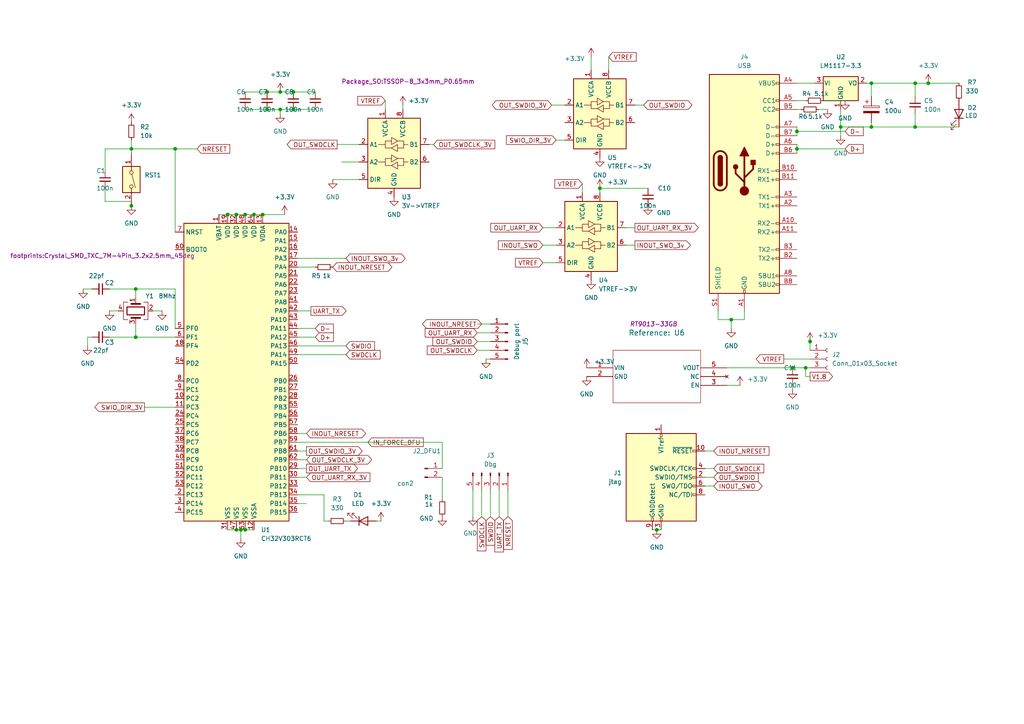
<source format=kicad_sch>
(kicad_sch (version 20231120) (generator "eeschema") (generator_version "8.0")
  (paper "A4")
  (title_block (title "Swindle CH32V303") (rev "H"))
  (lib_symbols
    (symbol "2024-10-20_09-04-45:RT9013-33GB" (pin_names (offset 0.254))
      (property "Reference" "U" (at 20.32 10.16 0))
      (property "Value" "RT9013-33GB" (at 20.32 7.62 0))
      (symbol "RT9013-33GB_0_1"
        (polyline (pts (xy 7.62 -10.16) (xy 33.02 -10.16)) (stroke (width 0.127)))
        (polyline (pts (xy 7.62 5.08) (xy 7.62 -10.16)) (stroke (width 0.127)))
        (polyline (pts (xy 33.02 -10.16) (xy 33.02 5.08)) (stroke (width 0.127)))
        (polyline (pts (xy 33.02 5.08) (xy 7.62 5.08)) (stroke (width 0.127)))
        (pin input line (at 0 0 0) (length 7.62) (name "VIN") (number "1"))
        (pin power_out line (at 0 -2.54 0) (length 7.62) (name "GND") (number "2"))
        (pin unspecified line (at 40.64 -5.08 180) (length 7.62) (name "EN") (number "3"))
        (pin no_connect line (at 40.64 -2.54 180) (length 7.62) (name "NC") (number "4"))
        (pin output line (at 40.64 0 180) (length 7.62) (name "VOUT") (number "5"))
      )
    )
    (symbol "Connector:Conn_01x02_Pin" (pin_names (offset 1.016) hide)
      (property "Reference" "J" (at 0 2.54 0))
      (property "Value" "Conn_01x02_Pin" (at 0 -5.08 0))
      (symbol "Conn_01x02_Pin_1_1"
        (polyline (pts (xy 1.27 -2.54) (xy 0.8636 -2.54)) (stroke (width 0.1524)))
        (polyline (pts (xy 1.27 0) (xy 0.8636 0)) (stroke (width 0.1524)))
        (rectangle (start 0.8636 -2.413) (end 0 -2.667) (stroke (width 0.1524)) (fill (type outline)))
        (rectangle (start 0.8636 0.127) (end 0 -0.127) (stroke (width 0.1524)) (fill (type outline)))
        (pin passive line (at 5.08 0 180) (length 3.81) (name "Pin_1") (number "1"))
        (pin passive line (at 5.08 -2.54 180) (length 3.81) (name "Pin_2") (number "2"))
      )
    )
    (symbol "Connector:Conn_01x03_Socket" (pin_names (offset 1.016) hide)
      (property "Reference" "J" (at 0 5.08 0))
      (property "Value" "Conn_01x03_Socket" (at 0 -5.08 0))
      (symbol "Conn_01x03_Socket_1_1"
        (arc (start 0 -2.032) (mid -0.5058 -2.54) (end 0 -3.048) (stroke (width 0.1524)))
        (polyline (pts (xy -1.27 -2.54) (xy -0.508 -2.54)) (stroke (width 0.1524)))
        (polyline (pts (xy -1.27 0) (xy -0.508 0)) (stroke (width 0.1524)))
        (polyline (pts (xy -1.27 2.54) (xy -0.508 2.54)) (stroke (width 0.1524)))
        (arc (start 0 0.508) (mid -0.5058 0) (end 0 -0.508) (stroke (width 0.1524)))
        (arc (start 0 3.048) (mid -0.5058 2.54) (end 0 2.032) (stroke (width 0.1524)))
        (pin passive line (at -5.08 2.54 0) (length 3.81) (name "Pin_1") (number "1"))
        (pin passive line (at -5.08 0 0) (length 3.81) (name "Pin_2") (number "2"))
        (pin passive line (at -5.08 -2.54 0) (length 3.81) (name "Pin_3") (number "3"))
      )
    )
    (symbol "Connector:Conn_01x05_Male" (pin_names (offset 1.016) hide)
      (property "Reference" "J" (at 0 7.62 0))
      (property "Value" "Conn_01x05_Male" (at 0 -7.62 0))
      (symbol "Conn_01x05_Male_1_1"
        (polyline (pts (xy 1.27 -5.08) (xy 0.8636 -5.08)) (stroke (width 0.1524)))
        (polyline (pts (xy 1.27 -2.54) (xy 0.8636 -2.54)) (stroke (width 0.1524)))
        (polyline (pts (xy 1.27 0) (xy 0.8636 0)) (stroke (width 0.1524)))
        (polyline (pts (xy 1.27 2.54) (xy 0.8636 2.54)) (stroke (width 0.1524)))
        (polyline (pts (xy 1.27 5.08) (xy 0.8636 5.08)) (stroke (width 0.1524)))
        (rectangle (start 0.8636 -4.953) (end 0 -5.207) (stroke (width 0.1524)) (fill (type outline)))
        (rectangle (start 0.8636 -2.413) (end 0 -2.667) (stroke (width 0.1524)) (fill (type outline)))
        (rectangle (start 0.8636 0.127) (end 0 -0.127) (stroke (width 0.1524)) (fill (type outline)))
        (rectangle (start 0.8636 2.667) (end 0 2.413) (stroke (width 0.1524)) (fill (type outline)))
        (rectangle (start 0.8636 5.207) (end 0 4.953) (stroke (width 0.1524)) (fill (type outline)))
        (pin passive line (at 5.08 5.08 180) (length 3.81) (name "Pin_1") (number "1"))
        (pin passive line (at 5.08 2.54 180) (length 3.81) (name "Pin_2") (number "2"))
        (pin passive line (at 5.08 0 180) (length 3.81) (name "Pin_3") (number "3"))
        (pin passive line (at 5.08 -2.54 180) (length 3.81) (name "Pin_4") (number "4"))
        (pin passive line (at 5.08 -5.08 180) (length 3.81) (name "Pin_5") (number "5"))
      )
    )
    (symbol "Connector:Conn_ARM_JTAG_SWD_10" (pin_names (offset 1.016))
      (property "Reference" "J" (at -2.54 16.51 0))
      (property "Value" "Conn_ARM_JTAG_SWD_10" (at -2.54 13.97 0))
      (symbol "Conn_ARM_JTAG_SWD_10_0_1"
        (rectangle (start -10.16 12.7) (end 10.16 -12.7) (stroke (width 0.254)) (fill (type background)))
        (rectangle (start -2.794 -12.7) (end -2.286 -11.684))
        (rectangle (start -0.254 -12.7) (end 0.254 -11.684))
        (rectangle (start -0.254 12.7) (end 0.254 11.684))
        (rectangle (start 9.144 2.286) (end 10.16 2.794))
        (rectangle (start 10.16 -2.794) (end 9.144 -2.286))
        (rectangle (start 10.16 -0.254) (end 9.144 0.254))
        (rectangle (start 10.16 7.874) (end 9.144 7.366))
      )
      (symbol "Conn_ARM_JTAG_SWD_10_1_1"
        (rectangle (start 9.144 -5.334) (end 10.16 -4.826))
        (pin power_in line (at 0 15.24 270) (length 2.54) (name "VTref") (number "1"))
        (pin open_collector line (at 12.7 7.62 180) (length 2.54) (name "~{RESET}") (number "10"))
        (pin bidirectional line (at 12.7 0 180) (length 2.54) (name "SWDIO/TMS") (number "2"))
        (pin power_in line (at 0 -15.24 90) (length 2.54) (name "GND") (number "3"))
        (pin output line (at 12.7 2.54 180) (length 2.54) (name "SWDCLK/TCK") (number "4"))
        (pin passive line (at 0 -15.24 90) (length 2.54) hide (name "GND") (number "5"))
        (pin input line (at 12.7 -2.54 180) (length 2.54) (name "SWO/TDO") (number "6"))
        (pin no_connect line (at -10.16 0 0) (length 2.54) hide (name "KEY") (number "7"))
        (pin output line (at 12.7 -5.08 180) (length 2.54) (name "NC/TDI") (number "8"))
        (pin passive line (at -2.54 -15.24 90) (length 2.54) (name "GNDDetect") (number "9"))
      )
    )
    (symbol "Connector:USB_C_Receptacle" (pin_names (offset 1.016))
      (property "Reference" "J" (at -10.16 29.21 0))
      (property "Value" "USB_C_Receptacle" (at 10.16 29.21 0))
      (symbol "USB_C_Receptacle_0_0"
        (rectangle (start -0.254 -35.56) (end 0.254 -34.544))
        (rectangle (start 10.16 -32.766) (end 9.144 -33.274))
        (rectangle (start 10.16 -30.226) (end 9.144 -30.734))
        (rectangle (start 10.16 -25.146) (end 9.144 -25.654))
        (rectangle (start 10.16 -22.606) (end 9.144 -23.114))
        (rectangle (start 10.16 -17.526) (end 9.144 -18.034))
        (rectangle (start 10.16 -14.986) (end 9.144 -15.494))
        (rectangle (start 10.16 -9.906) (end 9.144 -10.414))
        (rectangle (start 10.16 -7.366) (end 9.144 -7.874))
        (rectangle (start 10.16 -2.286) (end 9.144 -2.794))
        (rectangle (start 10.16 0.254) (end 9.144 -0.254))
        (rectangle (start 10.16 5.334) (end 9.144 4.826))
        (rectangle (start 10.16 7.874) (end 9.144 7.366))
        (rectangle (start 10.16 10.414) (end 9.144 9.906))
        (rectangle (start 10.16 12.954) (end 9.144 12.446))
        (rectangle (start 10.16 18.034) (end 9.144 17.526))
        (rectangle (start 10.16 20.574) (end 9.144 20.066))
        (rectangle (start 10.16 25.654) (end 9.144 25.146))
      )
      (symbol "USB_C_Receptacle_0_1"
        (rectangle (start -10.16 27.94) (end 10.16 -35.56) (stroke (width 0.254)) (fill (type background)))
        (arc (start -8.89 -3.81) (mid -6.985 -5.7067) (end -5.08 -3.81) (stroke (width 0.508)))
        (arc (start -7.62 -3.81) (mid -6.985 -4.4423) (end -6.35 -3.81) (stroke (width 0.254)))
        (arc (start -7.62 -3.81) (mid -6.985 -4.4423) (end -6.35 -3.81) (stroke (width 0.254)) (fill (type outline)))
        (rectangle (start -7.62 -3.81) (end -6.35 3.81) (stroke (width 0.254)) (fill (type outline)))
        (arc (start -6.35 3.81) (mid -6.985 4.4423) (end -7.62 3.81) (stroke (width 0.254)))
        (arc (start -6.35 3.81) (mid -6.985 4.4423) (end -7.62 3.81) (stroke (width 0.254)) (fill (type outline)))
        (arc (start -5.08 3.81) (mid -6.985 5.7067) (end -8.89 3.81) (stroke (width 0.508)))
        (polyline (pts (xy -8.89 -3.81) (xy -8.89 3.81)) (stroke (width 0.508)))
        (polyline (pts (xy -5.08 3.81) (xy -5.08 -3.81)) (stroke (width 0.508)))
      )
      (symbol "USB_C_Receptacle_1_1"
        (circle (center -2.54 1.143) (radius 0.635) (stroke (width 0.254)) (fill (type outline)))
        (circle (center 0 -5.842) (radius 1.27) (fill (type outline)))
        (polyline (pts (xy 0 -5.842) (xy 0 4.318)) (stroke (width 0.508)))
        (polyline (pts (xy 0 -3.302) (xy -2.54 -0.762) (xy -2.54 0.508)) (stroke (width 0.508)))
        (polyline (pts (xy 0 -2.032) (xy 2.54 0.508) (xy 2.54 1.778)) (stroke (width 0.508)))
        (polyline (pts (xy -1.27 4.318) (xy 0 6.858) (xy 1.27 4.318) (xy -1.27 4.318)) (stroke (width 0.254)) (fill (type outline)))
        (rectangle (start 1.905 1.778) (end 3.175 3.048) (stroke (width 0.254)) (fill (type outline)))
        (pin passive line (at 0 -40.64 90) (length 5.08) (name "GND") (number "A1"))
        (pin bidirectional line (at 15.24 -15.24 180) (length 5.08) (name "RX2-") (number "A10"))
        (pin bidirectional line (at 15.24 -17.78 180) (length 5.08) (name "RX2+") (number "A11"))
        (pin passive line (at 0 -40.64 90) (length 5.08) hide (name "GND") (number "A12"))
        (pin bidirectional line (at 15.24 -10.16 180) (length 5.08) (name "TX1+") (number "A2"))
        (pin bidirectional line (at 15.24 -7.62 180) (length 5.08) (name "TX1-") (number "A3"))
        (pin passive line (at 15.24 25.4 180) (length 5.08) (name "VBUS") (number "A4"))
        (pin bidirectional line (at 15.24 20.32 180) (length 5.08) (name "CC1") (number "A5"))
        (pin bidirectional line (at 15.24 7.62 180) (length 5.08) (name "D+") (number "A6"))
        (pin bidirectional line (at 15.24 12.7 180) (length 5.08) (name "D-") (number "A7"))
        (pin bidirectional line (at 15.24 -30.48 180) (length 5.08) (name "SBU1") (number "A8"))
        (pin passive line (at 15.24 25.4 180) (length 5.08) hide (name "VBUS") (number "A9"))
        (pin passive line (at 0 -40.64 90) (length 5.08) hide (name "GND") (number "B1"))
        (pin bidirectional line (at 15.24 0 180) (length 5.08) (name "RX1-") (number "B10"))
        (pin bidirectional line (at 15.24 -2.54 180) (length 5.08) (name "RX1+") (number "B11"))
        (pin passive line (at 0 -40.64 90) (length 5.08) hide (name "GND") (number "B12"))
        (pin bidirectional line (at 15.24 -25.4 180) (length 5.08) (name "TX2+") (number "B2"))
        (pin bidirectional line (at 15.24 -22.86 180) (length 5.08) (name "TX2-") (number "B3"))
        (pin passive line (at 15.24 25.4 180) (length 5.08) hide (name "VBUS") (number "B4"))
        (pin bidirectional line (at 15.24 17.78 180) (length 5.08) (name "CC2") (number "B5"))
        (pin bidirectional line (at 15.24 5.08 180) (length 5.08) (name "D+") (number "B6"))
        (pin bidirectional line (at 15.24 10.16 180) (length 5.08) (name "D-") (number "B7"))
        (pin bidirectional line (at 15.24 -33.02 180) (length 5.08) (name "SBU2") (number "B8"))
        (pin passive line (at 15.24 25.4 180) (length 5.08) hide (name "VBUS") (number "B9"))
        (pin passive line (at -7.62 -40.64 90) (length 5.08) (name "SHIELD") (number "S1"))
      )
    )
    (symbol "Device:C_Polarized" (pin_numbers hide) (pin_names (offset 0.254))
      (property "Reference" "C" (at 0.635 2.54 0))
      (property "Value" "C_Polarized" (at 0.635 -2.54 0))
      (symbol "C_Polarized_0_1"
        (rectangle (start -2.286 0.508) (end 2.286 1.016))
        (polyline (pts (xy -1.778 2.286) (xy -0.762 2.286)))
        (polyline (pts (xy -1.27 2.794) (xy -1.27 1.778)))
        (rectangle (start 2.286 -0.508) (end -2.286 -1.016) (fill (type outline)))
      )
      (symbol "C_Polarized_1_1"
        (pin passive line (at 0 3.81 270) (length 2.794) (name "~") (number "1"))
        (pin passive line (at 0 -3.81 90) (length 2.794) (name "~") (number "2"))
      )
    )
    (symbol "Device:C_Small" (pin_numbers hide) (pin_names (offset 0.254) hide)
      (property "Reference" "C" (at 0.254 1.778 0))
      (property "Value" "C_Small" (at 0.254 -2.032 0))
      (symbol "C_Small_0_1"
        (polyline (pts (xy -1.524 -0.508) (xy 1.524 -0.508)) (stroke (width 0.3302)))
        (polyline (pts (xy -1.524 0.508) (xy 1.524 0.508)) (stroke (width 0.3048)))
      )
      (symbol "C_Small_1_1"
        (pin passive line (at 0 2.54 270) (length 2.032) (name "~") (number "1"))
        (pin passive line (at 0 -2.54 90) (length 2.032) (name "~") (number "2"))
      )
    )
    (symbol "Device:Crystal_GND24" (pin_names (offset 1.016) hide)
      (property "Reference" "Y" (at 3.175 5.08 0))
      (property "Value" "Crystal_GND24" (at 3.175 3.175 0))
      (symbol "Crystal_GND24_0_1"
        (rectangle (start -1.143 2.54) (end 1.143 -2.54) (stroke (width 0.3048)))
        (polyline (pts (xy -2.54 0) (xy -2.032 0)))
        (polyline (pts (xy -2.032 -1.27) (xy -2.032 1.27)) (stroke (width 0.508)))
        (polyline (pts (xy 0 -3.81) (xy 0 -3.556)))
        (polyline (pts (xy 0 3.556) (xy 0 3.81)))
        (polyline (pts (xy 2.032 -1.27) (xy 2.032 1.27)) (stroke (width 0.508)))
        (polyline (pts (xy 2.032 0) (xy 2.54 0)))
        (polyline (pts (xy -2.54 -2.286) (xy -2.54 -3.556) (xy 2.54 -3.556) (xy 2.54 -2.286)))
        (polyline (pts (xy -2.54 2.286) (xy -2.54 3.556) (xy 2.54 3.556) (xy 2.54 2.286)))
      )
      (symbol "Crystal_GND24_1_1"
        (pin passive line (at -3.81 0 0) (length 1.27) (name "1") (number "1"))
        (pin passive line (at 0 5.08 270) (length 1.27) (name "2") (number "2"))
        (pin passive line (at 3.81 0 180) (length 1.27) (name "3") (number "3"))
        (pin passive line (at 0 -5.08 90) (length 1.27) (name "4") (number "4"))
      )
    )
    (symbol "Device:LED" (pin_numbers hide) (pin_names (offset 1.016) hide)
      (property "Reference" "D" (at 0 2.54 0))
      (property "Value" "LED" (at 0 -2.54 0))
      (symbol "LED_0_1"
        (polyline (pts (xy -1.27 -1.27) (xy -1.27 1.27)) (stroke (width 0.254)))
        (polyline (pts (xy -1.27 0) (xy 1.27 0)))
        (polyline (pts (xy 1.27 -1.27) (xy 1.27 1.27) (xy -1.27 0) (xy 1.27 -1.27)) (stroke (width 0.254)))
        (polyline (pts (xy -3.048 -0.762) (xy -4.572 -2.286) (xy -3.81 -2.286) (xy -4.572 -2.286) (xy -4.572 -1.524)))
        (polyline (pts (xy -1.778 -0.762) (xy -3.302 -2.286) (xy -2.54 -2.286) (xy -3.302 -2.286) (xy -3.302 -1.524)))
      )
      (symbol "LED_1_1"
        (pin passive line (at -3.81 0 0) (length 2.54) (name "K") (number "1"))
        (pin passive line (at 3.81 0 180) (length 2.54) (name "A") (number "2"))
      )
    )
    (symbol "Device:R_Small" (pin_numbers hide) (pin_names (offset 0.254) hide)
      (property "Reference" "R" (at 0.762 0.508 0))
      (property "Value" "R_Small" (at 0.762 -1.016 0))
      (symbol "R_Small_0_1"
        (rectangle (start -0.762 1.778) (end 0.762 -1.778) (stroke (width 0.2032)))
      )
      (symbol "R_Small_1_1"
        (pin passive line (at 0 2.54 270) (length 0.762) (name "~") (number "1"))
        (pin passive line (at 0 -2.54 90) (length 0.762) (name "~") (number "2"))
      )
    )
    (symbol "Logic_LevelTranslator:SN74LVC2T45DCUR"
      (property "Reference" "U" (at -6.35 11.43 0))
      (property "Value" "SN74LVC2T45DCUR" (at 3.81 11.43 0))
      (symbol "SN74LVC2T45DCUR_0_1"
        (rectangle (start -7.62 10.16) (end 7.62 -10.16) (stroke (width 0.254)) (fill (type background)))
        (polyline (pts (xy -2.54 2.54) (xy -2.54 3.556) (xy -0.762 3.556)))
        (polyline (pts (xy 2.794 2.54) (xy 2.794 1.524) (xy 1.016 1.524)))
        (polyline (pts (xy -0.762 1.524) (xy -2.54 1.524) (xy -2.54 2.54) (xy -4.572 2.54)))
        (polyline (pts (xy -0.762 2.54) (xy -0.762 4.572) (xy 1.016 3.556) (xy -0.762 2.54)))
        (polyline (pts (xy 1.016 3.556) (xy 2.794 3.556) (xy 2.794 2.54) (xy 4.064 2.54)))
        (polyline (pts (xy 1.016 2.54) (xy 1.016 0.762) (xy 1.016 0.508) (xy -0.762 1.524) (xy 1.016 2.54)))
      )
      (symbol "SN74LVC2T45DCUR_1_1"
        (polyline (pts (xy -2.54 -2.54) (xy -2.54 -1.524) (xy -0.762 -1.524)))
        (polyline (pts (xy 2.794 -2.54) (xy 2.794 -3.556) (xy 1.016 -3.556)))
        (polyline (pts (xy -0.762 -3.556) (xy -2.54 -3.556) (xy -2.54 -2.54) (xy -4.572 -2.54)))
        (polyline (pts (xy -0.762 -2.54) (xy -0.762 -0.508) (xy 1.016 -1.524) (xy -0.762 -2.54)))
        (polyline (pts (xy 1.016 -1.524) (xy 2.794 -1.524) (xy 2.794 -2.54) (xy 4.064 -2.54)))
        (polyline (pts (xy 1.016 -2.54) (xy 1.016 -4.318) (xy 1.016 -4.572) (xy -0.762 -3.556) (xy 1.016 -2.54)))
        (pin power_in line (at -2.54 12.7 270) (length 2.54) (name "VCCA") (number "1"))
        (pin bidirectional line (at -10.16 2.54 0) (length 2.54) (name "A1") (number "2"))
        (pin bidirectional line (at -10.16 -2.54 0) (length 2.54) (name "A2") (number "3"))
        (pin power_in line (at 0 -12.7 90) (length 2.54) (name "GND") (number "4"))
        (pin input line (at -10.16 -7.62 0) (length 2.54) (name "DIR") (number "5"))
        (pin bidirectional line (at 10.16 -2.54 180) (length 2.54) (name "B2") (number "6"))
        (pin bidirectional line (at 10.16 2.54 180) (length 2.54) (name "B1") (number "7"))
        (pin power_in line (at 2.54 12.7 270) (length 2.54) (name "VCCB") (number "8"))
      )
    )
    (symbol "MCU_ST_STM32F3:STM32F303RCTx"
      (property "Reference" "U" (at -15.24 44.45 0))
      (property "Value" "STM32F303RCTx" (at 10.16 44.45 0))
      (symbol "STM32F303RCTx_0_1"
        (rectangle (start -15.24 -43.18) (end 15.24 43.18) (stroke (width 0.254)) (fill (type background)))
      )
      (symbol "STM32F303RCTx_1_1"
        (pin power_in line (at -5.08 45.72 270) (length 2.54) (name "VBAT") (number "1"))
        (pin bidirectional line (at -17.78 -7.62 0) (length 2.54) (name "PC2") (number "10"))
        (pin bidirectional line (at -17.78 -10.16 0) (length 2.54) (name "PC3") (number "11"))
        (pin power_in line (at 5.08 -45.72 90) (length 2.54) (name "VSSA") (number "12"))
        (pin power_in line (at 7.62 45.72 270) (length 2.54) (name "VDDA") (number "13"))
        (pin bidirectional line (at 17.78 40.64 180) (length 2.54) (name "PA0") (number "14"))
        (pin bidirectional line (at 17.78 38.1 180) (length 2.54) (name "PA1") (number "15"))
        (pin bidirectional line (at 17.78 35.56 180) (length 2.54) (name "PA2") (number "16"))
        (pin bidirectional line (at 17.78 33.02 180) (length 2.54) (name "PA3") (number "17"))
        (pin bidirectional line (at -17.78 7.62 0) (length 2.54) (name "PF4") (number "18"))
        (pin power_in line (at -2.54 45.72 270) (length 2.54) (name "VDD") (number "19"))
        (pin bidirectional line (at -17.78 -35.56 0) (length 2.54) (name "PC13") (number "2"))
        (pin bidirectional line (at 17.78 30.48 180) (length 2.54) (name "PA4") (number "20"))
        (pin bidirectional line (at 17.78 27.94 180) (length 2.54) (name "PA5") (number "21"))
        (pin bidirectional line (at 17.78 25.4 180) (length 2.54) (name "PA6") (number "22"))
        (pin bidirectional line (at 17.78 22.86 180) (length 2.54) (name "PA7") (number "23"))
        (pin bidirectional line (at -17.78 -12.7 0) (length 2.54) (name "PC4") (number "24"))
        (pin bidirectional line (at -17.78 -15.24 0) (length 2.54) (name "PC5") (number "25"))
        (pin bidirectional line (at 17.78 -2.54 180) (length 2.54) (name "PB0") (number "26"))
        (pin bidirectional line (at 17.78 -5.08 180) (length 2.54) (name "PB1") (number "27"))
        (pin bidirectional line (at 17.78 -7.62 180) (length 2.54) (name "PB2") (number "28"))
        (pin bidirectional line (at 17.78 -27.94 180) (length 2.54) (name "PB10") (number "29"))
        (pin bidirectional line (at -17.78 -38.1 0) (length 2.54) (name "PC14") (number "3"))
        (pin bidirectional line (at 17.78 -30.48 180) (length 2.54) (name "PB11") (number "30"))
        (pin power_in line (at -2.54 -45.72 90) (length 2.54) (name "VSS") (number "31"))
        (pin power_in line (at 0 45.72 270) (length 2.54) (name "VDD") (number "32"))
        (pin bidirectional line (at 17.78 -33.02 180) (length 2.54) (name "PB12") (number "33"))
        (pin bidirectional line (at 17.78 -35.56 180) (length 2.54) (name "PB13") (number "34"))
        (pin bidirectional line (at 17.78 -38.1 180) (length 2.54) (name "PB14") (number "35"))
        (pin bidirectional line (at 17.78 -40.64 180) (length 2.54) (name "PB15") (number "36"))
        (pin bidirectional line (at -17.78 -17.78 0) (length 2.54) (name "PC6") (number "37"))
        (pin bidirectional line (at -17.78 -20.32 0) (length 2.54) (name "PC7") (number "38"))
        (pin bidirectional line (at -17.78 -22.86 0) (length 2.54) (name "PC8") (number "39"))
        (pin bidirectional line (at -17.78 -40.64 0) (length 2.54) (name "PC15") (number "4"))
        (pin bidirectional line (at -17.78 -25.4 0) (length 2.54) (name "PC9") (number "40"))
        (pin bidirectional line (at 17.78 20.32 180) (length 2.54) (name "PA8") (number "41"))
        (pin bidirectional line (at 17.78 17.78 180) (length 2.54) (name "PA9") (number "42"))
        (pin bidirectional line (at 17.78 15.24 180) (length 2.54) (name "PA10") (number "43"))
        (pin bidirectional line (at 17.78 12.7 180) (length 2.54) (name "PA11") (number "44"))
        (pin bidirectional line (at 17.78 10.16 180) (length 2.54) (name "PA12") (number "45"))
        (pin bidirectional line (at 17.78 7.62 180) (length 2.54) (name "PA13") (number "46"))
        (pin power_in line (at 0 -45.72 90) (length 2.54) (name "VSS") (number "47"))
        (pin power_in line (at 2.54 45.72 270) (length 2.54) (name "VDD") (number "48"))
        (pin bidirectional line (at 17.78 5.08 180) (length 2.54) (name "PA14") (number "49"))
        (pin input line (at -17.78 12.7 0) (length 2.54) (name "PF0") (number "5"))
        (pin bidirectional line (at 17.78 2.54 180) (length 2.54) (name "PA15") (number "50"))
        (pin bidirectional line (at -17.78 -27.94 0) (length 2.54) (name "PC10") (number "51"))
        (pin bidirectional line (at -17.78 -30.48 0) (length 2.54) (name "PC11") (number "52"))
        (pin bidirectional line (at -17.78 -33.02 0) (length 2.54) (name "PC12") (number "53"))
        (pin bidirectional line (at -17.78 2.54 0) (length 2.54) (name "PD2") (number "54"))
        (pin bidirectional line (at 17.78 -10.16 180) (length 2.54) (name "PB3") (number "55"))
        (pin bidirectional line (at 17.78 -12.7 180) (length 2.54) (name "PB4") (number "56"))
        (pin bidirectional line (at 17.78 -15.24 180) (length 2.54) (name "PB5") (number "57"))
        (pin bidirectional line (at 17.78 -17.78 180) (length 2.54) (name "PB6") (number "58"))
        (pin bidirectional line (at 17.78 -20.32 180) (length 2.54) (name "PB7") (number "59"))
        (pin input line (at -17.78 10.16 0) (length 2.54) (name "PF1") (number "6"))
        (pin input line (at -17.78 35.56 0) (length 2.54) (name "BOOT0") (number "60"))
        (pin bidirectional line (at 17.78 -22.86 180) (length 2.54) (name "PB8") (number "61"))
        (pin bidirectional line (at 17.78 -25.4 180) (length 2.54) (name "PB9") (number "62"))
        (pin power_in line (at 2.54 -45.72 90) (length 2.54) (name "VSS") (number "63"))
        (pin power_in line (at 5.08 45.72 270) (length 2.54) (name "VDD") (number "64"))
        (pin input line (at -17.78 40.64 0) (length 2.54) (name "NRST") (number "7"))
        (pin bidirectional line (at -17.78 -2.54 0) (length 2.54) (name "PC0") (number "8"))
        (pin bidirectional line (at -17.78 -5.08 0) (length 2.54) (name "PC1") (number "9"))
      )
    )
    (symbol "Regulator_Linear:LM1117-3.3" (pin_names (offset 0.254))
      (property "Reference" "U" (at -3.81 3.175 0))
      (property "Value" "LM1117-3.3" (at 0 3.175 0))
      (symbol "LM1117-3.3_0_1"
        (rectangle (start -5.08 -5.08) (end 5.08 1.905) (stroke (width 0.254)) (fill (type background)))
      )
      (symbol "LM1117-3.3_1_1"
        (pin power_in line (at 0 -7.62 90) (length 2.54) (name "GND") (number "1"))
        (pin power_out line (at 7.62 0 180) (length 2.54) (name "VO") (number "2"))
        (pin power_in line (at -7.62 0 0) (length 2.54) (name "VI") (number "3"))
      )
    )
    (symbol "Switch:SW_DIP_x01" (pin_names (offset 0) hide)
      (property "Reference" "SW" (at 0 3.81 0))
      (property "Value" "SW_DIP_x01" (at 0 -3.81 0))
      (symbol "SW_DIP_x01_0_0"
        (circle (center -2.032 0) (radius 0.508))
        (polyline (pts (xy -1.524 0.127) (xy 2.3622 1.1684)))
        (circle (center 2.032 0) (radius 0.508))
      )
      (symbol "SW_DIP_x01_0_1"
        (rectangle (start -3.81 2.54) (end 3.81 -2.54) (stroke (width 0.254)) (fill (type background)))
      )
      (symbol "SW_DIP_x01_1_1"
        (pin passive line (at -7.62 0 0) (length 5.08) (name "~") (number "1"))
        (pin passive line (at 7.62 0 180) (length 5.08) (name "~") (number "2"))
      )
    )
    (symbol "power:+3.3V" (power) (pin_names (offset 0))
      (property "Value" "+3.3V" (at 0 3.556 0))
      (symbol "+3.3V_0_1"
        (polyline (pts (xy -0.762 1.27) (xy 0 2.54)))
        (polyline (pts (xy 0 0) (xy 0 2.54)))
        (polyline (pts (xy 0 2.54) (xy 0.762 1.27)))
      )
      (symbol "+3.3V_1_1"
        (pin power_in line (at 0 0 90) (length 0) hide (name "+3.3V") (number "1"))
      )
    )
    (symbol "power:GND" (power) (pin_names (offset 0))
      (property "Value" "GND" (at 0 -3.81 0))
      (symbol "GND_0_1"
        (polyline (pts (xy 0 0) (xy 0 -1.27) (xy 1.27 -1.27) (xy 0 -2.54) (xy -1.27 -1.27) (xy 0 -1.27)))
      )
      (symbol "GND_1_1"
        (pin power_in line (at 0 0 270) (length 0) hide (name "GND") (number "1"))
      )
    )
  )
  (junction (at 77.47 31.75))
  (junction (at 85.09 26.67))
  (junction (at 50.8 43.18))
  (junction (at 68.58 153.67))
  (junction (at 71.12 153.67))
  (junction (at 173.99 54.61))
  (junction (at 73.66 62.23))
  (junction (at 77.47 26.67))
  (junction (at 38.1 43.18))
  (junction (at 69.85 153.67))
  (junction (at 81.28 26.67))
  (junction (at 233.68 106.68))
  (junction (at 39.37 83.82))
  (junction (at 252.73 24.13))
  (junction (at 68.58 62.23))
  (junction (at 243.84 36.83))
  (junction (at 76.2 62.23))
  (junction (at 39.37 97.79))
  (junction (at 71.12 62.23))
  (junction (at 252.73 36.83))
  (junction (at 190.5 153.67))
  (junction (at 265.43 24.13))
  (junction (at 231.14 38.1))
  (junction (at 234.95 99.06))
  (junction (at 269.24 24.13))
  (junction (at 265.43 36.83))
  (junction (at 85.09 31.75))
  (junction (at 229.87 106.68))
  (junction (at 38.1 59.69))
  (junction (at 231.14 43.18))
  (junction (at 66.04 62.23))
  (junction (at 212.09 92.71))
  (junction (at 81.28 31.75))
  (wire (pts (xy 181.61 66.04) (xy 184.15 66.04)))
  (wire (pts (xy 233.68 109.22) (xy 233.68 106.68)))
  (wire (pts (xy 77.47 31.75) (xy 81.28 31.75)))
  (wire (pts (xy 66.04 153.67) (xy 68.58 153.67)))
  (wire (pts (xy 31.75 90.17) (xy 34.29 90.17)))
  (wire (pts (xy 38.1 40.64) (xy 38.1 43.18)))
  (wire (pts (xy 243.84 36.83) (xy 252.73 36.83)))
  (wire (pts (xy 231.14 38.1) (xy 245.11 38.1)))
  (wire (pts (xy 252.73 24.13) (xy 265.43 24.13)))
  (wire (pts (xy 38.1 43.18) (xy 50.8 43.18)))
  (wire (pts (xy 265.43 27.94) (xy 265.43 24.13)))
  (wire (pts (xy 231.14 24.13) (xy 236.22 24.13)))
  (wire (pts (xy 69.85 153.67) (xy 71.12 153.67)))
  (wire (pts (xy 265.43 24.13) (xy 269.24 24.13)))
  (wire (pts (xy 265.43 33.02) (xy 265.43 36.83)))
  (wire (pts (xy 142.24 142.24) (xy 142.24 149.86)))
  (wire (pts (xy 204.47 135.89) (xy 207.01 135.89)))
  (wire (pts (xy 38.1 58.42) (xy 38.1 59.69)))
  (wire (pts (xy 157.48 76.2) (xy 161.29 76.2)))
  (wire (pts (xy 144.78 142.24) (xy 144.78 149.86)))
  (wire (pts (xy 71.12 62.23) (xy 73.66 62.23)))
  (wire (pts (xy 86.36 74.93) (xy 100.33 74.93)))
  (wire (pts (xy 212.09 92.71) (xy 215.9 92.71)))
  (wire (pts (xy 184.15 30.48) (xy 186.69 30.48)))
  (wire (pts (xy 76.2 62.23) (xy 82.55 62.23)))
  (wire (pts (xy 31.75 83.82) (xy 39.37 83.82)))
  (wire (pts (xy 30.48 49.53) (xy 30.48 43.18)))
  (wire (pts (xy 30.48 54.61) (xy 30.48 58.42)))
  (wire (pts (xy 168.91 53.34) (xy 168.91 55.88)))
  (wire (pts (xy 231.14 36.83) (xy 231.14 38.1)))
  (wire (pts (xy 140.97 104.14) (xy 142.24 104.14)))
  (wire (pts (xy 39.37 83.82) (xy 50.8 83.82)))
  (wire (pts (xy 39.37 93.98) (xy 39.37 97.79)))
  (wire (pts (xy 138.43 93.98) (xy 142.24 93.98)))
  (wire (pts (xy 229.87 111.76) (xy 229.87 113.03)))
  (wire (pts (xy 86.36 95.25) (xy 91.44 95.25)))
  (wire (pts (xy 31.75 97.79) (xy 39.37 97.79)))
  (wire (pts (xy 238.76 29.21) (xy 245.11 29.21)))
  (wire (pts (xy 109.22 151.13) (xy 110.49 151.13)))
  (wire (pts (xy 215.9 90.17) (xy 215.9 92.71)))
  (wire (pts (xy 93.98 143.51) (xy 93.98 151.13)))
  (wire (pts (xy 63.5 62.23) (xy 66.04 62.23)))
  (wire (pts (xy 243.84 36.83) (xy 243.84 39.37)))
  (wire (pts (xy 81.28 31.75) (xy 85.09 31.75)))
  (wire (pts (xy 190.5 153.67) (xy 191.77 153.67)))
  (wire (pts (xy 208.28 92.71) (xy 212.09 92.71)))
  (wire (pts (xy 231.14 43.18) (xy 231.14 44.45)))
  (wire (pts (xy 96.52 52.07) (xy 104.14 52.07)))
  (wire (pts (xy 81.28 31.75) (xy 81.28 33.02)))
  (wire (pts (xy 68.58 153.67) (xy 69.85 153.67)))
  (wire (pts (xy 229.87 106.68) (xy 233.68 106.68)))
  (wire (pts (xy 50.8 43.18) (xy 57.15 43.18)))
  (wire (pts (xy 30.48 43.18) (xy 38.1 43.18)))
  (wire (pts (xy 204.47 138.43) (xy 207.01 138.43)))
  (wire (pts (xy 100.33 151.13) (xy 101.6 151.13)))
  (wire (pts (xy 111.76 29.21) (xy 111.76 31.75)))
  (wire (pts (xy 44.45 90.17) (xy 46.99 90.17)))
  (wire (pts (xy 234.95 99.06) (xy 234.95 101.6)))
  (wire (pts (xy 86.36 125.73) (xy 88.9 125.73)))
  (wire (pts (xy 231.14 29.21) (xy 233.68 29.21)))
  (wire (pts (xy 86.36 100.33) (xy 100.33 100.33)))
  (wire (pts (xy 231.14 38.1) (xy 231.14 39.37)))
  (wire (pts (xy 243.84 31.75) (xy 243.84 36.83)))
  (wire (pts (xy 38.1 43.18) (xy 38.1 44.45)))
  (wire (pts (xy 227.33 104.14) (xy 234.95 104.14)))
  (wire (pts (xy 86.36 77.47) (xy 91.44 77.47)))
  (wire (pts (xy 128.27 128.27) (xy 128.27 135.89)))
  (wire (pts (xy 269.24 24.13) (xy 278.13 24.13)))
  (wire (pts (xy 81.28 26.67) (xy 85.09 26.67)))
  (wire (pts (xy 139.7 142.24) (xy 139.7 149.86)))
  (wire (pts (xy 30.48 58.42) (xy 38.1 58.42)))
  (wire (pts (xy 86.36 135.89) (xy 88.9 135.89)))
  (wire (pts (xy 204.47 130.81) (xy 207.01 130.81)))
  (wire (pts (xy 25.4 97.79) (xy 25.4 100.33)))
  (wire (pts (xy 234.95 109.22) (xy 233.68 109.22)))
  (wire (pts (xy 25.4 97.79) (xy 26.67 97.79)))
  (wire (pts (xy 212.09 92.71) (xy 212.09 95.25)))
  (wire (pts (xy 157.48 71.12) (xy 161.29 71.12)))
  (wire (pts (xy 181.61 71.12) (xy 184.15 71.12)))
  (wire (pts (xy 171.45 16.51) (xy 171.45 20.32)))
  (wire (pts (xy 86.36 138.43) (xy 88.9 138.43)))
  (wire (pts (xy 71.12 31.75) (xy 77.47 31.75)))
  (wire (pts (xy 176.53 16.51) (xy 176.53 20.32)))
  (wire (pts (xy 69.85 153.67) (xy 69.85 156.21)))
  (wire (pts (xy 231.14 43.18) (xy 245.11 43.18)))
  (wire (pts (xy 157.48 66.04) (xy 161.29 66.04)))
  (wire (pts (xy 73.66 62.23) (xy 76.2 62.23)))
  (wire (pts (xy 208.28 90.17) (xy 208.28 92.71)))
  (wire (pts (xy 138.43 96.52) (xy 142.24 96.52)))
  (wire (pts (xy 147.32 142.24) (xy 147.32 149.86)))
  (wire (pts (xy 68.58 62.23) (xy 71.12 62.23)))
  (wire (pts (xy 116.84 30.48) (xy 116.84 31.75)))
  (wire (pts (xy 97.79 41.91) (xy 104.14 41.91)))
  (wire (pts (xy 39.37 83.82) (xy 39.37 86.36)))
  (wire (pts (xy 86.36 143.51) (xy 93.98 143.51)))
  (wire (pts (xy 50.8 43.18) (xy 50.8 67.31)))
  (wire (pts (xy 265.43 36.83) (xy 278.13 36.83)))
  (wire (pts (xy 93.98 151.13) (xy 95.25 151.13)))
  (wire (pts (xy 138.43 101.6) (xy 142.24 101.6)))
  (wire (pts (xy 86.36 90.17) (xy 90.17 90.17)))
  (wire (pts (xy 233.68 106.68) (xy 234.95 106.68)))
  (wire (pts (xy 173.99 54.61) (xy 187.96 54.61)))
  (wire (pts (xy 231.14 41.91) (xy 231.14 43.18)))
  (wire (pts (xy 137.16 142.24) (xy 137.16 149.86)))
  (wire (pts (xy 86.36 97.79) (xy 91.44 97.79)))
  (wire (pts (xy 85.09 31.75) (xy 91.44 31.75)))
  (wire (pts (xy 71.12 153.67) (xy 73.66 153.67)))
  (wire (pts (xy 124.46 41.91) (xy 125.73 41.91)))
  (wire (pts (xy 210.82 111.76) (xy 214.63 111.76)))
  (wire (pts (xy 85.09 26.67) (xy 91.44 26.67)))
  (wire (pts (xy 86.36 102.87) (xy 100.33 102.87)))
  (wire (pts (xy 173.99 54.61) (xy 173.99 55.88)))
  (wire (pts (xy 128.27 138.43) (xy 128.27 144.78)))
  (wire (pts (xy 86.36 128.27) (xy 128.27 128.27)))
  (wire (pts (xy 210.82 106.68) (xy 229.87 106.68)))
  (wire (pts (xy 161.29 40.64) (xy 163.83 40.64)))
  (wire (pts (xy 251.46 24.13) (xy 252.73 24.13)))
  (wire (pts (xy 77.47 26.67) (xy 81.28 26.67)))
  (wire (pts (xy 50.8 95.25) (xy 50.8 83.82)))
  (wire (pts (xy 86.36 133.35) (xy 88.9 133.35)))
  (wire (pts (xy 66.04 62.23) (xy 68.58 62.23)))
  (wire (pts (xy 39.37 97.79) (xy 50.8 97.79)))
  (wire (pts (xy 24.13 83.82) (xy 26.67 83.82)))
  (wire (pts (xy 138.43 99.06) (xy 142.24 99.06)))
  (wire (pts (xy 252.73 36.83) (xy 265.43 36.83)))
  (wire (pts (xy 160.02 30.48) (xy 163.83 30.48)))
  (wire (pts (xy 234.95 97.79) (xy 234.95 99.06)))
  (wire (pts (xy 86.36 130.81) (xy 88.9 130.81)))
  (wire (pts (xy 71.12 26.67) (xy 77.47 26.67)))
  (wire (pts (xy 99.06 46.99) (xy 104.14 46.99)))
  (wire (pts (xy 189.23 153.67) (xy 190.5 153.67)))
  (wire (pts (xy 237.49 31.75) (xy 240.03 31.75)))
  (wire (pts (xy 204.47 140.97) (xy 207.01 140.97)))
  (wire (pts (xy 231.14 31.75) (xy 232.41 31.75)))
  (wire (pts (xy 41.91 118.11) (xy 50.8 118.11)))
  (wire (pts (xy 252.73 27.94) (xy 252.73 24.13)))
  (wire (pts (xy 86.36 146.05) (xy 88.9 146.05)))
  (wire (pts (xy 252.73 35.56) (xy 252.73 36.83)))
  (global_label "SWIO_DIR_3V" (shape output) (at 41.91 118.11 180) (property "Intersheetrefs" "${INTERSHEET_REFS}" (effects (hide yes))))
  (global_label "SWDCLK" (shape input) (at 100.33 102.87 0) (property "Intersheetrefs" "${INTERSHEET_REFS}" (effects (hide yes))))
  (global_label "INOUT_SWO" (shape bidirectional) (at 207.01 140.97 0) (property "Intersheetrefs" "${INTERSHEET_REFS}" (effects (hide yes))))
  (global_label "VTREF" (shape input) (at 111.76 29.21 180) (property "Intersheetrefs" "${INTERSHEET_REFS}" (effects (hide yes))))
  (global_label "INOUT_SWO_3v" (shape output) (at 184.15 71.12 0) (property "Intersheetrefs" "${INTERSHEET_REFS}" (effects (hide yes))))
  (global_label "OUT_UART_RX_3V" (shape output) (at 184.15 66.04 0) (property "Intersheetrefs" "${INTERSHEET_REFS}" (effects (hide yes))))
  (global_label "V1.8" (shape output) (at 234.95 109.22 0) (property "Intersheetrefs" "${INTERSHEET_REFS}" (effects (hide yes))))
  (global_label "OUT_SWDIO" (shape input) (at 207.01 138.43 0) (property "Intersheetrefs" "${INTERSHEET_REFS}" (effects (hide yes))))
  (global_label "D-" (shape input) (at 91.44 95.25 0) (property "Intersheetrefs" "${INTERSHEET_REFS}" (effects (hide yes))))
  (global_label "OUT_SWDIO" (shape input) (at 138.43 99.06 180) (property "Intersheetrefs" "${INTERSHEET_REFS}" (effects (hide yes))))
  (global_label "INOUT_NRESET" (shape input) (at 207.01 130.81 0) (property "Intersheetrefs" "${INTERSHEET_REFS}" (effects (hide yes))))
  (global_label "OUT_UART_RX" (shape input) (at 138.43 96.52 180) (property "Intersheetrefs" "${INTERSHEET_REFS}" (effects (hide yes))))
  (global_label "INOUT_SWO_3v" (shape bidirectional) (at 100.33 74.93 0) (property "Intersheetrefs" "${INTERSHEET_REFS}" (effects (hide yes))))
  (global_label "OUT_UART_RX_3V" (shape input) (at 88.9 138.43 0) (property "Intersheetrefs" "${INTERSHEET_REFS}" (effects (hide yes))))
  (global_label "VTREF" (shape input) (at 157.48 76.2 180) (property "Intersheetrefs" "${INTERSHEET_REFS}" (effects (hide yes))))
  (global_label "OUT_UART_RX" (shape input) (at 157.48 66.04 180) (property "Intersheetrefs" "${INTERSHEET_REFS}" (effects (hide yes))))
  (global_label "OUT_UART_TX" (shape output) (at 88.9 135.89 0) (property "Intersheetrefs" "${INTERSHEET_REFS}" (effects (hide yes))))
  (global_label "UART_TX" (shape output) (at 90.17 90.17 0) (property "Intersheetrefs" "${INTERSHEET_REFS}" (effects (hide yes))))
  (global_label "OUT_SWDCLK_3V" (shape bidirectional) (at 88.9 133.35 0) (property "Intersheetrefs" "${INTERSHEET_REFS}" (effects (hide yes))))
  (global_label "OUT_SWDCLK" (shape input) (at 138.43 101.6 180) (property "Intersheetrefs" "${INTERSHEET_REFS}" (effects (hide yes))))
  (global_label "UART_TX" (shape input) (at 144.78 149.86 270) (property "Intersheetrefs" "${INTERSHEET_REFS}" (effects (hide yes))))
  (global_label "D+" (shape input) (at 91.44 97.79 0) (property "Intersheetrefs" "${INTERSHEET_REFS}" (effects (hide yes))))
  (global_label "SWDCLK" (shape input) (at 139.7 149.86 270) (property "Intersheetrefs" "${INTERSHEET_REFS}" (effects (hide yes))))
  (global_label "SWDIO" (shape input) (at 142.24 149.86 270) (property "Intersheetrefs" "${INTERSHEET_REFS}" (effects (hide yes))))
  (global_label "OUT_SWDCLK" (shape input) (at 207.01 135.89 0) (property "Intersheetrefs" "${INTERSHEET_REFS}" (effects (hide yes))))
  (global_label "INOUT_SWO" (shape input) (at 157.48 71.12 180) (property "Intersheetrefs" "${INTERSHEET_REFS}" (effects (hide yes))))
  (global_label "INOUT_NRESET" (shape bidirectional) (at 88.9 125.73 0) (property "Intersheetrefs" "${INTERSHEET_REFS}" (effects (hide yes))))
  (global_label "OUT_SWDIO_3V" (shape output) (at 88.9 130.81 0) (property "Intersheetrefs" "${INTERSHEET_REFS}" (effects (hide yes))))
  (global_label "SWIO_DIR_3V" (shape input) (at 161.29 40.64 180) (property "Intersheetrefs" "${INTERSHEET_REFS}" (effects (hide yes))))
  (global_label "IN_FORCE_DFU" (shape input) (at 106.68 128.27 0) (property "Intersheetrefs" "${INTERSHEET_REFS}" (effects (hide yes))))
  (global_label "SWDIO" (shape input) (at 100.33 100.33 0) (property "Intersheetrefs" "${INTERSHEET_REFS}" (effects (hide yes))))
  (global_label "D+" (shape input) (at 245.11 43.18 0) (property "Intersheetrefs" "${INTERSHEET_REFS}" (effects (hide yes))))
  (global_label "VTREF" (shape input) (at 176.53 16.51 0) (property "Intersheetrefs" "${INTERSHEET_REFS}" (effects (hide yes))))
  (global_label "INOUT_NRESET" (shape bidirectional) (at 139.7 93.98 180) (property "Intersheetrefs" "${INTERSHEET_REFS}" (effects (hide yes))))
  (global_label "D-" (shape input) (at 245.11 38.1 0) (property "Intersheetrefs" "${INTERSHEET_REFS}" (effects (hide yes))))
  (global_label "OUT_SWDCLK_3V" (shape input) (at 125.73 41.91 0) (property "Intersheetrefs" "${INTERSHEET_REFS}" (effects (hide yes))))
  (global_label "VTREF" (shape input) (at 168.91 53.34 180) (property "Intersheetrefs" "${INTERSHEET_REFS}" (effects (hide yes))))
  (global_label "NRESET" (shape input) (at 147.32 149.86 270) (property "Intersheetrefs" "${INTERSHEET_REFS}" (effects (hide yes))))
  (global_label "VTREF" (shape output) (at 227.33 104.14 180) (property "Intersheetrefs" "${INTERSHEET_REFS}" (effects (hide yes))))
  (global_label "OUT_SWDCLK" (shape output) (at 97.79 41.91 180) (property "Intersheetrefs" "${INTERSHEET_REFS}" (effects (hide yes))))
  (global_label "OUT_SWDIO" (shape bidirectional) (at 186.69 30.48 0) (property "Intersheetrefs" "${INTERSHEET_REFS}" (effects (hide yes))))
  (global_label "NRESET" (shape input) (at 57.15 43.18 0) (property "Intersheetrefs" "${INTERSHEET_REFS}" (effects (hide yes))))
  (global_label "INOUT_NRESET" (shape bidirectional) (at 96.52 77.47 0) (property "Intersheetrefs" "${INTERSHEET_REFS}" (effects (hide yes))))
  (global_label "OUT_SWDIO_3V" (shape bidirectional) (at 160.02 30.48 180) (property "Intersheetrefs" "${INTERSHEET_REFS}" (effects (hide yes))))
  (symbol (lib_id "Connector:Conn_01x05_Male") (at 147.32 99.06 0) (mirror y) (unit 1)
    (property "Reference" "J5" (at 152.4 99.06 90))
    (property "Value" "Debug port" (at 149.86 99.06 90))
    (property "Footprint" "Connector_JST:JST_XH_B5B-XH-A_1x05_P2.50mm_Vertical" (effects (hide yes)))
  )
  (symbol (lib_id "Device:C_Small") (at 85.09 29.21 0) (unit 1)
    (property "Reference" "C8" (at 82.55 26.67 0) (effects (justify left)))
    (property "Value" "100n" (at 82.55 31.75 0) (effects (justify left)))
    (property "Footprint" "Resistor_SMD:R_0603_1608Metric" (effects (hide yes)))
  )
  (symbol (lib_id "Device:C_Small") (at 29.21 97.79 270) (unit 1)
    (property "Reference" "C3" (at 31.75 99.314 90))
    (property "Value" "22pf" (at 29.21 101.6 90))
    (property "Footprint" "Resistor_SMD:R_0603_1608Metric" (effects (hide yes)))
  )
  (symbol (lib_id "power:GND") (at 212.09 95.25 0) (unit 1)
    (property "Reference" "#PWR013" (effects (hide yes)))
    (property "Value" "GND" (at 212.09 100.33 0))
  )
  (symbol (lib_id "Connector:Conn_01x03_Socket") (at 240.03 104.14 0) (unit 1)
    (property "Reference" "J2" (at 241.3 102.8699 0) (effects (justify left)))
    (property "Value" "Conn_01x03_Socket" (at 241.3 105.4099 0) (effects (justify left)))
    (property "Footprint" "Connector_PinHeader_1.27mm:PinHeader_1x03_P1.27mm_Vertical" (effects (hide yes)))
    (property "Description" "Generic connector, single row, 01x03, script generated" (effects (hide yes)))
  )
  (symbol (lib_id "Logic_LevelTranslator:SN74LVC2T45DCUR") (at 173.99 33.02 0) (unit 1)
    (property "Reference" "U5" (at 176.1841 45.72 0) (effects (justify left)))
    (property "Value" "VTREF<->3V" (at 176.1841 48.26 0) (effects (justify left)))
    (property "Footprint" "Package_SO:TSSOP-8_3x3mm_P0.65mm" (effects (hide yes)))
    (property "Datasheet" "http://www.ti.com/lit/ds/symlink/sn74lvc2t45.pdf" (effects (hide yes)))
    (property "Description" "Dual-Bit Dual-Supply Bus Transceiver With Configurable Voltage Translation and 3-State Outputs, VSSOP-8" (effects (hide yes)))
  )
  (symbol (lib_id "power:GND") (at 190.5 153.67 0) (unit 1)
    (property "Reference" "#PWR010" (effects (hide yes)))
    (property "Value" "GND" (at 190.5 158.75 0))
  )
  (symbol (lib_id "Switch:SW_DIP_x01") (at 38.1 52.07 270) (unit 1)
    (property "Reference" "RST1" (at 41.91 50.8 90) (effects (justify left)))
    (property "Value" "SW_DIP_x01" (effects (hide yes)))
    (property "Footprint" "Button_Switch_SMD:SW_SPST_CK_RS282G05A3" (effects (hide yes)))
  )
  (symbol (lib_id "Logic_LevelTranslator:SN74LVC2T45DCUR") (at 114.3 44.45 0) (unit 1)
    (property "Reference" "U3" (at 116.4941 57.15 0) (effects (justify left)))
    (property "Value" "3V->VTREF" (at 116.4941 59.69 0) (effects (justify left)))
    (property "Footprint" "Package_SO:TSSOP-8_3x3mm_P0.65mm" (at 118.364 23.622 0))
    (property "Datasheet" "http://www.ti.com/lit/ds/symlink/sn74lvc2t45.pdf" (effects (hide yes)))
    (property "Description" "Dual-Bit Dual-Supply Bus Transceiver With Configurable Voltage Translation and 3-State Outputs, VSSOP-8" (effects (hide yes)))
  )
  (symbol (lib_id "2024-10-20_09-04-45:RT9013-33GB") (at 170.18 106.68 0) (unit 1)
    (property "Reference" "U6" (at 190.5 96.52 0) (show_name yes) (effects (font (size 1.524 1.524))))
    (property "Value" "RT9013-33GB" (effects (hide yes)))
    (property "Footprint" "PCM_Package_TO_SOT_SMD_AKL:TSOT-23-5" (effects (hide yes)))
    (property "Datasheet" "RT9013-33GB" (at 189.484 93.98 0) (effects (font (italic yes))))
  )
  (symbol (lib_id "Device:R_Small") (at 128.27 147.32 0) (unit 1)
    (property "Reference" "R1" (at 122.936 144.272 0) (effects (justify left)))
    (property "Value" "1k" (at 123.19 146.304 0) (effects (justify left)))
    (property "Footprint" "Resistor_SMD:R_0603_1608Metric" (effects (hide yes)))
  )
  (symbol (lib_id "power:GND") (at 240.03 31.75 0) (unit 1)
    (property "Reference" "#PWR019" (effects (hide yes)))
    (property "Value" "GND" (at 240.03 36.83 0))
  )
  (symbol (lib_id "power:GND") (at 229.87 113.03 0) (unit 1)
    (property "Reference" "#PWR032" (effects (hide yes)))
    (property "Value" "GND" (at 229.87 118.11 0))
  )
  (symbol (lib_id "power:GND") (at 173.99 45.72 0) (unit 1)
    (property "Reference" "#PWR026" (effects (hide yes)))
    (property "Value" "GND" (at 173.99 50.8 0))
  )
  (symbol (lib_id "power:GND") (at 243.84 39.37 0) (unit 1)
    (property "Reference" "#PWR014" (effects (hide yes)))
    (property "Value" "GND" (at 243.84 44.45 0))
  )
  (symbol (lib_id "Device:C_Small") (at 91.44 29.21 0) (unit 1)
    (property "Reference" "C9" (at 88.9 26.67 0) (effects (justify left)))
    (property "Value" "100n" (at 88.9 31.75 0) (effects (justify left)))
    (property "Footprint" "Resistor_SMD:R_0603_1608Metric" (effects (hide yes)))
  )
  (symbol (lib_id "power:GND") (at 96.52 52.07 0) (unit 1)
    (property "Reference" "#PWR028" (effects (hide yes)))
    (property "Value" "GND" (at 96.52 57.15 0))
  )
  (symbol (lib_id "Device:C_Small") (at 265.43 30.48 0) (unit 1)
    (property "Reference" "C5" (at 267.97 29.2162 0) (effects (justify left)))
    (property "Value" "100n" (at 267.97 31.7562 0) (effects (justify left)))
    (property "Footprint" "Resistor_SMD:R_0603_1608Metric" (effects (hide yes)))
  )
  (symbol (lib_id "Device:C_Small") (at 187.96 57.15 0) (unit 1)
    (property "Reference" "C10" (at 190.754 54.61 0) (effects (justify left)))
    (property "Value" "100n" (at 185.42 59.69 0) (effects (justify left)))
    (property "Footprint" "Resistor_SMD:R_0603_1608Metric" (effects (hide yes)))
  )
  (symbol (lib_id "Device:LED") (at 105.41 151.13 0) (mirror x) (unit 1)
    (property "Reference" "D1" (at 103.8225 143.51 0))
    (property "Value" "LED" (at 103.8225 146.05 0))
    (property "Footprint" "Diode_SMD:D_0805_2012Metric" (effects (hide yes)))
  )
  (symbol (lib_id "power:+3.3V") (at 269.24 24.13 0) (unit 1)
    (property "Reference" "#PWR015" (effects (hide yes)))
    (property "Value" "+3.3V" (at 269.24 19.05 0))
  )
  (symbol (lib_id "power:GND") (at 170.18 109.22 0) (unit 1)
    (property "Reference" "#PWR030" (effects (hide yes)))
    (property "Value" "GND" (at 170.18 114.3 0))
  )
  (symbol (lib_id "power:GND") (at 187.96 59.69 0) (unit 1)
    (property "Reference" "#PWR027" (effects (hide yes)))
    (property "Value" "GND" (at 192.532 61.722 0))
  )
  (symbol (lib_id "Regulator_Linear:LM1117-3.3") (at 243.84 24.13 0) (unit 1)
    (property "Reference" "U2" (at 243.84 16.51 0))
    (property "Value" "LM1117-3.3" (at 243.84 19.05 0))
    (property "Footprint" "Package_TO_SOT_SMD:SOT-223" (effects (hide yes)))
    (property "Datasheet" "http://www.ti.com/lit/ds/symlink/lm1117.pdf" (effects (hide yes)))
  )
  (symbol (lib_id "Logic_LevelTranslator:SN74LVC2T45DCUR") (at 171.45 68.58 0) (unit 1)
    (property "Reference" "U4" (at 173.6441 81.28 0) (effects (justify left)))
    (property "Value" "VTREF->3V" (at 173.6441 83.82 0) (effects (justify left)))
    (property "Footprint" "Package_SO:TSSOP-8_3x3mm_P0.65mm" (effects (hide yes)))
    (property "Datasheet" "http://www.ti.com/lit/ds/symlink/sn74lvc2t45.pdf" (effects (hide yes)))
    (property "Description" "Dual-Bit Dual-Supply Bus Transceiver With Configurable Voltage Translation and 3-State Outputs, VSSOP-8" (effects (hide yes)))
  )
  (symbol (lib_id "Device:C_Polarized") (at 252.73 31.75 0) (unit 1)
    (property "Reference" "C4" (at 256.54 29.5909 0) (effects (justify left)))
    (property "Value" "100u" (at 256.54 32.1309 0) (effects (justify left)))
    (property "Footprint" "Capacitor_SMD:C_1206_3216Metric_Pad1.33x1.80mm_HandSolder" (effects (hide yes)))
  )
  (symbol (lib_id "Device:C_Small") (at 77.47 29.21 0) (unit 1)
    (property "Reference" "C7" (at 74.93 26.67 0) (effects (justify left)))
    (property "Value" "100n" (at 74.93 31.75 0) (effects (justify left)))
    (property "Footprint" "Resistor_SMD:R_0603_1608Metric" (effects (hide yes)))
  )
  (symbol (lib_id "Device:LED") (at 278.13 33.02 270) (mirror x) (unit 1)
    (property "Reference" "D2" (at 281.94 31.242 90))
    (property "Value" "LED" (at 281.686 33.528 90))
    (property "Footprint" "Diode_SMD:D_0805_2012Metric" (effects (hide yes)))
  )
  (symbol (lib_id "power:+3.3V") (at 81.28 26.67 0) (unit 1)
    (property "Reference" "#PWR016" (effects (hide yes)))
    (property "Value" "+3.3V" (at 81.28 21.59 0))
  )
  (symbol (lib_id "power:GND") (at 46.99 90.17 0) (unit 1)
    (property "Reference" "#PWR01" (effects (hide yes)))
    (property "Value" "GND" (at 46.99 95.25 0))
  )
  (symbol (lib_id "power:+3.3V") (at 110.49 151.13 0) (mirror y) (unit 1)
    (property "Reference" "#PWR02" (effects (hide yes)))
    (property "Value" "+3.3V" (at 110.49 146.05 0))
  )
  (symbol (lib_id "power:+3.3V") (at 214.63 111.76 0) (unit 1)
    (property "Reference" "#PWR031" (effects (hide yes)))
    (property "Value" "+3.3V" (at 219.71 109.982 0))
  )
  (symbol (lib_id "Device:R_Small") (at 38.1 38.1 0) (unit 1)
    (property "Reference" "R2" (at 40.64 36.8299 0) (effects (justify left)))
    (property "Value" "10k" (at 40.64 39.3699 0) (effects (justify left)))
    (property "Footprint" "Resistor_SMD:R_0603_1608Metric" (effects (hide yes)))
  )
  (symbol (lib_id "power:GND") (at 245.11 29.21 0) (unit 1)
    (property "Reference" "#PWR09" (effects (hide yes)))
    (property "Value" "GND" (at 245.11 34.29 0))
  )
  (symbol (lib_id "Device:C_Small") (at 229.87 109.22 0) (unit 1)
    (property "Reference" "C11" (at 227.33 106.68 0) (effects (justify left)))
    (property "Value" "100n" (at 227.33 111.76 0) (effects (justify left)))
    (property "Footprint" "Resistor_SMD:R_0603_1608Metric" (effects (hide yes)))
  )
  (symbol (lib_id "MCU_ST_STM32F3:STM32F303RCTx") (at 68.58 107.95 0) (unit 1)
    (property "Reference" "U1" (at 75.6794 153.67 0) (effects (justify left)))
    (property "Value" "CH32V303RCT6" (at 75.6794 156.21 0) (effects (justify left)))
    (property "Footprint" "Package_QFP:LQFP-64_10x10mm_P0.5mm" (effects (hide yes)))
    (property "Datasheet" "http://www.st.com/st-web-ui/static/active/en/resource/technical/document/datasheet/DM00058181.pdf" (effects (hide yes)))
  )
  (symbol (lib_id "power:GND") (at 69.85 156.21 0) (unit 1)
    (property "Reference" "#PWR07" (effects (hide yes)))
    (property "Value" "GND" (at 69.85 161.29 0))
  )
  (symbol (lib_id "Connector:Conn_ARM_JTAG_SWD_10") (at 191.77 138.43 0) (unit 1)
    (property "Reference" "J1" (at 180.34 137.1599 0) (effects (justify right)))
    (property "Value" "jtag" (at 180.34 139.6999 0) (effects (justify right)))
    (property "Footprint" "Connector_PinHeader_1.27mm:PinHeader_2x05_P1.27mm_Vertical_SMD" (effects (hide yes)))
    (property "Datasheet" "http://infocenter.arm.com/help/topic/com.arm.doc.ddi0314h/DDI0314H_coresight_components_trm.pdf" (effects (hide yes)))
    (property "Description" "Cortex Debug Connector, standard ARM Cortex-M SWD and JTAG interface" (effects (hide yes)))
  )
  (symbol (lib_id "power:+3.3V") (at 116.84 30.48 0) (unit 1)
    (property "Reference" "#PWR021" (effects (hide yes)))
    (property "Value" "+3.3V" (at 121.412 29.21 0))
  )
  (symbol (lib_id "Device:C_Small") (at 71.12 29.21 0) (unit 1)
    (property "Reference" "C6" (at 68.58 26.67 0) (effects (justify left)))
    (property "Value" "100n" (at 68.58 31.75 0) (effects (justify left)))
    (property "Footprint" "Resistor_SMD:R_0603_1608Metric" (effects (hide yes)))
  )
  (symbol (lib_id "Connector:Conn_01x05_Male") (at 142.24 137.16 270) (unit 1)
    (property "Reference" "J3" (at 142.24 132.08 90))
    (property "Value" "Dbg" (at 142.24 134.62 90))
    (property "Footprint" "Connector_PinSocket_1.27mm:PinSocket_1x05_P1.27mm_Vertical" (effects (hide yes)))
  )
  (symbol (lib_id "power:+3.3V") (at 173.99 54.61 0) (unit 1)
    (property "Reference" "#PWR022" (effects (hide yes)))
    (property "Value" "+3.3V" (at 179.07 52.832 0))
  )
  (symbol (lib_id "power:+3.3V") (at 234.95 99.06 0) (unit 1)
    (property "Reference" "#PWR033" (effects (hide yes)))
    (property "Value" "+3.3V" (at 240.03 97.282 0))
  )
  (symbol (lib_id "power:GND") (at 114.3 57.15 0) (unit 1)
    (property "Reference" "#PWR023" (effects (hide yes)))
    (property "Value" "GND" (at 114.3 62.23 0))
  )
  (symbol (lib_id "power:+3.3V") (at 170.18 106.68 0) (unit 1)
    (property "Reference" "#PWR029" (effects (hide yes)))
    (property "Value" "+3.3V" (at 175.26 104.902 0))
  )
  (symbol (lib_id "Device:C_Small") (at 30.48 52.07 0) (unit 1)
    (property "Reference" "C1" (at 27.94 49.53 0) (effects (justify left)))
    (property "Value" "100n" (at 27.94 54.61 0) (effects (justify left)))
    (property "Footprint" "Resistor_SMD:R_0603_1608Metric" (effects (hide yes)))
  )
  (symbol (lib_id "Connector:Conn_01x02_Pin") (at 123.19 135.89 0) (unit 1)
    (property "Reference" "J2_DFU1" (at 123.825 130.81 0))
    (property "Value" "con2" (at 117.602 140.208 0))
    (property "Footprint" "Connector_PinHeader_1.27mm:PinHeader_1x02_P1.27mm_Vertical" (effects (hide yes)))
    (property "Description" "Generic connector, single row, 01x02, script generated" (effects (hide yes)))
  )
  (symbol (lib_id "power:GND") (at 24.13 83.82 0) (unit 1)
    (property "Reference" "#PWR03" (effects (hide yes)))
    (property "Value" "GND" (at 24.13 88.9 0))
  )
  (symbol (lib_id "power:GND") (at 25.4 100.33 0) (unit 1)
    (property "Reference" "#PWR04" (effects (hide yes)))
    (property "Value" "GND" (at 25.4 105.41 0))
  )
  (symbol (lib_id "power:+3.3V") (at 171.45 16.51 0) (unit 1)
    (property "Reference" "#PWR025" (effects (hide yes)))
    (property "Value" "+3.3V" (at 166.624 17.018 0))
  )
  (symbol (lib_id "power:GND") (at 171.45 81.28 0) (unit 1)
    (property "Reference" "#PWR024" (effects (hide yes)))
    (property "Value" "GND" (at 171.45 86.36 0))
  )
  (symbol (lib_id "Connector:USB_C_Receptacle") (at 215.9 49.53 0) (unit 1)
    (property "Reference" "J4" (at 215.9 16.51 0))
    (property "Value" "USB" (at 215.9 19.05 0))
    (property "Footprint" "Connector_USB:USB_C_Receptacle_Palconn_UTC16-G" (effects (hide yes)))
    (property "Datasheet" "https://www.usb.org/sites/default/files/documents/usb_type-c.zip" (effects (hide yes)))
    (property "Description" "USB Full-Featured Type-C Receptacle connector" (effects (hide yes)))
  )
  (symbol (lib_id "power:GND") (at 81.28 33.02 0) (unit 1)
    (property "Reference" "#PWR017" (effects (hide yes)))
    (property "Value" "GND" (at 81.28 38.1 0))
  )
  (symbol (lib_id "power:GND") (at 38.1 59.69 0) (unit 1)
    (property "Reference" "#PWR06" (effects (hide yes)))
    (property "Value" "GND" (at 38.1 64.77 0))
  )
  (symbol (lib_id "Device:R_Small") (at 97.79 151.13 270) (unit 1)
    (property "Reference" "R3" (at 97.79 144.78 90))
    (property "Value" "330" (at 97.79 147.32 90))
    (property "Footprint" "Resistor_SMD:R_0603_1608Metric" (effects (hide yes)))
  )
  (symbol (lib_id "power:GND") (at 31.75 90.17 0) (unit 1)
    (property "Reference" "#PWR011" (effects (hide yes)))
    (property "Value" "GND" (at 31.75 95.25 0))
  )
  (symbol (lib_id "Device:Crystal_GND24") (at 39.37 90.17 270) (unit 1)
    (property "Reference" "Y1" (at 42.164 85.852 90) (effects (justify left)))
    (property "Value" "8Mhz" (at 45.974 85.852 90) (effects (justify left)))
    (property "Footprint" "footprints:Crystal_SMD_TXC_7M-4Pin_3.2x2.5mm_45deg" (at 29.718 74.168 90))
    (property "Datasheet" "https://www.digikey.de/de/products/detail/txc-corporation/7M-12-000MAAE-T/3674337" (effects (hide yes)))
  )
  (symbol (lib_id "Device:R_Small") (at 278.13 26.67 0) (unit 1)
    (property "Reference" "R7" (at 281.94 23.876 0))
    (property "Value" "330" (at 281.94 26.416 0))
    (property "Footprint" "Resistor_SMD:R_0603_1608Metric" (effects (hide yes)))
  )
  (symbol (lib_id "power:GND") (at 128.27 149.86 0) (unit 1)
    (property "Reference" "#PWR018" (effects (hide yes)))
    (property "Value" "GND" (at 123.698 150.368 0))
  )
  (symbol (lib_id "Device:C_Small") (at 29.21 83.82 270) (unit 1)
    (property "Reference" "C2" (at 31.75 82.042 90))
    (property "Value" "22pf" (at 27.94 80.01 90))
    (property "Footprint" "Resistor_SMD:R_0603_1608Metric" (effects (hide yes)))
  )
  (symbol (lib_id "power:GND") (at 140.97 104.14 0) (unit 1)
    (property "Reference" "#PWR020" (effects (hide yes)))
    (property "Value" "GND" (at 140.97 109.22 0))
  )
  (symbol (lib_id "Device:R_Small") (at 236.22 29.21 270) (unit 1)
    (property "Reference" "R4" (at 233.934 27.178 90))
    (property "Value" "5.1k" (at 238.252 27.178 90))
    (property "Footprint" "Resistor_SMD:R_0603_1608Metric" (effects (hide yes)))
  )
  (symbol (lib_id "power:GND") (at 137.16 149.86 0) (unit 1)
    (property "Reference" "#PWR012" (effects (hide yes)))
    (property "Value" "GND" (at 136.398 154.686 0))
  )
  (symbol (lib_id "Device:R_Small") (at 93.98 77.47 270) (unit 1)
    (property "Reference" "R5" (at 91.694 80.01 90))
    (property "Value" "1k" (at 94.742 80.01 90))
    (property "Footprint" "Resistor_SMD:R_0603_1608Metric" (effects (hide yes)))
  )
  (symbol (lib_id "power:+3.3V") (at 38.1 35.56 0) (unit 1)
    (property "Reference" "#PWR05" (effects (hide yes)))
    (property "Value" "+3.3V" (at 38.1 30.48 0))
  )
  (symbol (lib_id "Device:R_Small") (at 234.95 31.75 270) (unit 1)
    (property "Reference" "R6" (at 232.918 33.782 90))
    (property "Value" "5.1k" (at 236.474 33.782 90))
    (property "Footprint" "Resistor_SMD:R_0603_1608Metric" (effects (hide yes)))
  )
  (symbol (lib_id "power:+3.3V") (at 82.55 62.23 0) (unit 1)
    (property "Reference" "#PWR08" (effects (hide yes)))
    (property "Value" "+3.3V" (at 82.55 57.15 0))
  )
)
</source>
